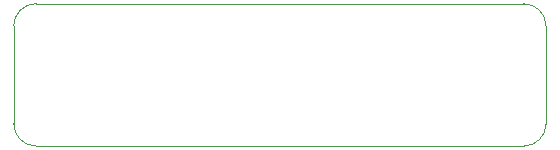
<source format=gbr>
G04 #@! TF.GenerationSoftware,KiCad,Pcbnew,(5.1.5)-3*
G04 #@! TF.CreationDate,2020-03-07T18:51:17-06:00*
G04 #@! TF.ProjectId,LinearRegulator15to5,4c696e65-6172-4526-9567-756c61746f72,rev?*
G04 #@! TF.SameCoordinates,Original*
G04 #@! TF.FileFunction,Profile,NP*
%FSLAX46Y46*%
G04 Gerber Fmt 4.6, Leading zero omitted, Abs format (unit mm)*
G04 Created by KiCad (PCBNEW (5.1.5)-3) date 2020-03-07 18:51:17*
%MOMM*%
%LPD*%
G04 APERTURE LIST*
%ADD10C,0.050000*%
G04 APERTURE END LIST*
D10*
X137795000Y-127000000D02*
G75*
G02X135890000Y-125095000I0J1905000D01*
G01*
X135890000Y-116840000D02*
G75*
G02X137795000Y-114935000I1905000J0D01*
G01*
X179070000Y-114935000D02*
G75*
G02X180975000Y-116840000I0J-1905000D01*
G01*
X180975000Y-125095000D02*
G75*
G02X179070000Y-127000000I-1905000J0D01*
G01*
X135890000Y-116840000D02*
X135890000Y-125095000D01*
X179070000Y-114935000D02*
X137795000Y-114935000D01*
X180975000Y-125095000D02*
X180975000Y-116840000D01*
X137795000Y-127000000D02*
X179070000Y-127000000D01*
M02*

</source>
